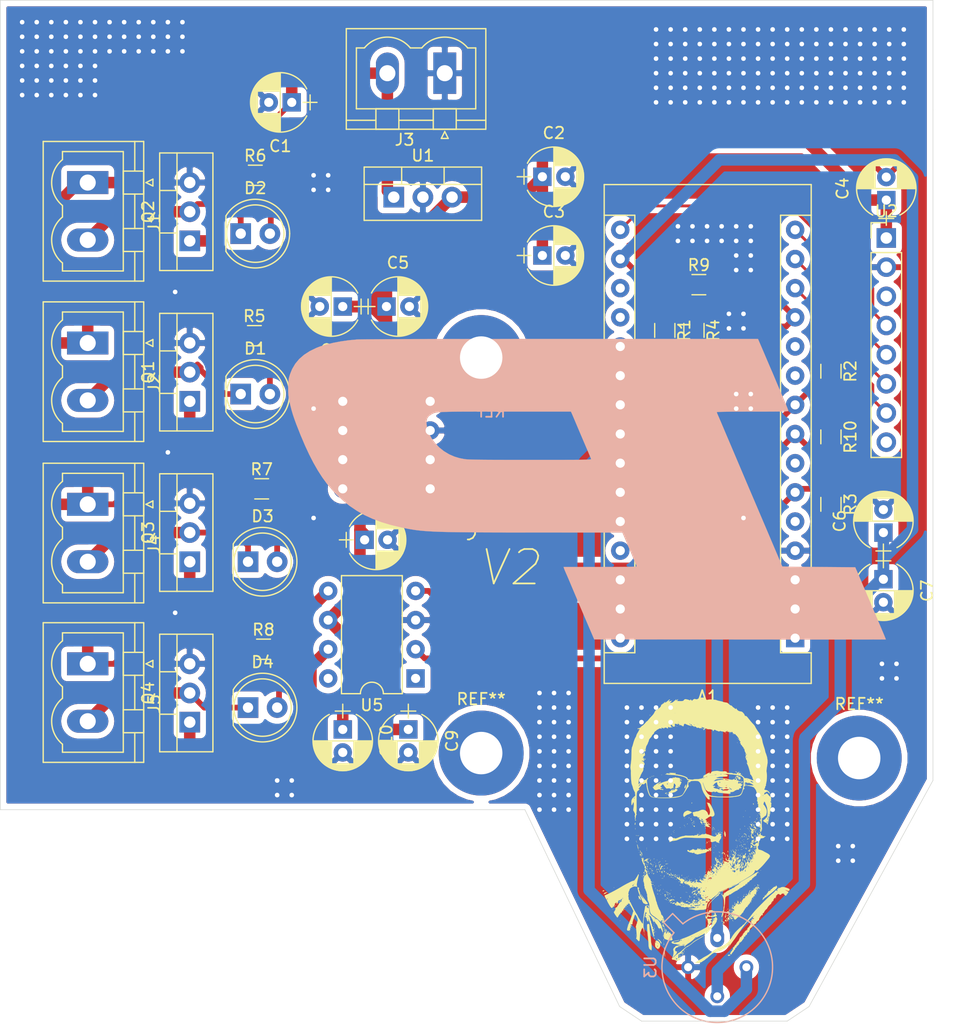
<source format=kicad_pcb>
(kicad_pcb (version 20171130) (host pcbnew "(5.1.2)-1")
  (layers (0 F.Cu signal) (31 B.Cu signal) (34 B.Paste user) (35 F.Paste user) (36 B.SilkS user hide) (37 F.SilkS user) (38 B.Mask user) (39 F.Mask user) (44 Edge.Cuts user))
  (net 0 "")
  (net 1 GND)
  (net 2 +24V)
  (net 3 +5V)
  (net 4 +3V3)
  (net 5 "Net-(D1-Pad2)")
  (net 6 "Net-(D1-Pad1)")
  (net 7 "Net-(D2-Pad1)")
  (net 8 "Net-(D2-Pad2)")
  (net 9 "Net-(A1-Pad23)")
  (net 10 "Net-(A1-Pad9)")
  (net 11 "Net-(A1-Pad6)")
  (net 12 "Net-(A1-Pad24)")
  (net 13 "Net-(U2-Pad8)")
  (net 14 "Net-(A1-Pad13)")
  (net 15 "Net-(A1-Pad14)")
  (net 16 "Net-(A1-Pad15)")
  (net 17 "Net-(A1-Pad16)")
  (net 18 "Net-(U2-Pad3)")
  (net 19 "Net-(U4-Pad8)")
  (net 20 "Net-(Q1-Pad1)")
  (net 21 "Net-(Q2-Pad1)")
  (net 22 "Net-(U4-Pad1)")
  (net 23 "Net-(A1-Pad28)")
  (net 24 "Net-(A1-Pad12)")
  (net 25 "Net-(A1-Pad11)")
  (net 26 "Net-(A1-Pad26)")
  (net 27 "Net-(A1-Pad10)")
  (net 28 "Net-(A1-Pad25)")
  (net 29 "Net-(A1-Pad8)")
  (net 30 "Net-(A1-Pad7)")
  (net 31 "Net-(A1-Pad22)")
  (net 32 "Net-(A1-Pad21)")
  (net 33 "Net-(A1-Pad5)")
  (net 34 "Net-(A1-Pad20)")
  (net 35 "Net-(A1-Pad19)")
  (net 36 "Net-(A1-Pad3)")
  (net 37 "Net-(A1-Pad18)")
  (net 38 "Net-(A1-Pad2)")
  (net 39 "Net-(A1-Pad1)")
  (net 40 "Net-(A1-Pad27)")
  (net 41 "Net-(D3-Pad1)")
  (net 42 "Net-(D3-Pad2)")
  (net 43 "Net-(D4-Pad1)")
  (net 44 "Net-(D4-Pad2)")
  (net 45 "Net-(Q3-Pad1)")
  (net 46 "Net-(Q4-Pad1)")
  (net 47 "Net-(U5-Pad1)")
  (net 48 "Net-(U5-Pad8)")
  (module Modules:Arduino_Nano (layer F.Cu) (at 99.75088 114.6048 180)
    (fp_text reference A1 (at 7.62 -5.08) (layer F.SilkS))
    (fp_text value Arduino_Nano_v3.x)
    (pad 16 thru_hole oval (at 15.24 35.56 180) (size 1.6 1.6) (drill 0.8) (layers *.Cu *.Mask) (net 17 "Net-(A1-Pad16)"))
    (pad 15 thru_hole oval (at 0 35.56 180) (size 1.6 1.6) (drill 0.8) (layers *.Cu *.Mask) (net 16 "Net-(A1-Pad15)"))
    (pad 30 thru_hole oval (at 15.24 0 180) (size 1.6 1.6) (drill 0.8) (layers *.Cu *.Mask) (net 3 +5V))
    (pad 14 thru_hole oval (at 0 33.02 180) (size 1.6 1.6) (drill 0.8) (layers *.Cu *.Mask) (net 15 "Net-(A1-Pad14)"))
    (pad 29 thru_hole oval (at 15.24 2.54 180) (size 1.6 1.6) (drill 0.8) (layers *.Cu *.Mask) (net 1 GND))
    (pad 13 thru_hole oval (at 0 30.48 180) (size 1.6 1.6) (drill 0.8) (layers *.Cu *.Mask) (net 14 "Net-(A1-Pad13)"))
    (pad 28 thru_hole oval (at 15.24 5.08 180) (size 1.6 1.6) (drill 0.8) (layers *.Cu *.Mask) (net 23 "Net-(A1-Pad28)"))
    (pad 12 thru_hole oval (at 0 27.94 180) (size 1.6 1.6) (drill 0.8) (layers *.Cu *.Mask) (net 24 "Net-(A1-Pad12)"))
    (pad 27 thru_hole oval (at 15.24 7.62 180) (size 1.6 1.6) (drill 0.8) (layers *.Cu *.Mask) (net 40 "Net-(A1-Pad27)"))
    (pad 11 thru_hole oval (at 0 25.4 180) (size 1.6 1.6) (drill 0.8) (layers *.Cu *.Mask) (net 25 "Net-(A1-Pad11)"))
    (pad 26 thru_hole oval (at 15.24 10.16 180) (size 1.6 1.6) (drill 0.8) (layers *.Cu *.Mask) (net 26 "Net-(A1-Pad26)"))
    (pad 10 thru_hole oval (at 0 22.86 180) (size 1.6 1.6) (drill 0.8) (layers *.Cu *.Mask) (net 27 "Net-(A1-Pad10)"))
    (pad 25 thru_hole oval (at 15.24 12.7 180) (size 1.6 1.6) (drill 0.8) (layers *.Cu *.Mask) (net 28 "Net-(A1-Pad25)"))
    (pad 9 thru_hole oval (at 0 20.32 180) (size 1.6 1.6) (drill 0.8) (layers *.Cu *.Mask) (net 10 "Net-(A1-Pad9)"))
    (pad 24 thru_hole oval (at 15.24 15.24 180) (size 1.6 1.6) (drill 0.8) (layers *.Cu *.Mask) (net 12 "Net-(A1-Pad24)"))
    (pad 8 thru_hole oval (at 0 17.78 180) (size 1.6 1.6) (drill 0.8) (layers *.Cu *.Mask) (net 29 "Net-(A1-Pad8)"))
    (pad 23 thru_hole oval (at 15.24 17.78 180) (size 1.6 1.6) (drill 0.8) (layers *.Cu *.Mask) (net 9 "Net-(A1-Pad23)"))
    (pad 7 thru_hole oval (at 0 15.24 180) (size 1.6 1.6) (drill 0.8) (layers *.Cu *.Mask) (net 30 "Net-(A1-Pad7)"))
    (pad 22 thru_hole oval (at 15.24 20.32 180) (size 1.6 1.6) (drill 0.8) (layers *.Cu *.Mask) (net 31 "Net-(A1-Pad22)"))
    (pad 6 thru_hole oval (at 0 12.7 180) (size 1.6 1.6) (drill 0.8) (layers *.Cu *.Mask) (net 11 "Net-(A1-Pad6)"))
    (pad 21 thru_hole oval (at 15.24 22.86 180) (size 1.6 1.6) (drill 0.8) (layers *.Cu *.Mask) (net 32 "Net-(A1-Pad21)"))
    (pad 5 thru_hole oval (at 0 10.16 180) (size 1.6 1.6) (drill 0.8) (layers *.Cu *.Mask) (net 33 "Net-(A1-Pad5)"))
    (pad 20 thru_hole oval (at 15.24 25.4 180) (size 1.6 1.6) (drill 0.8) (layers *.Cu *.Mask) (net 34 "Net-(A1-Pad20)"))
    (pad 4 thru_hole oval (at 0 7.62 180) (size 1.6 1.6) (drill 0.8) (layers *.Cu *.Mask) (net 1 GND))
    (pad 19 thru_hole oval (at 15.24 27.94 180) (size 1.6 1.6) (drill 0.8) (layers *.Cu *.Mask) (net 35 "Net-(A1-Pad19)"))
    (pad 3 thru_hole oval (at 0 5.08 180) (size 1.6 1.6) (drill 0.8) (layers *.Cu *.Mask) (net 36 "Net-(A1-Pad3)"))
    (pad 18 thru_hole oval (at 15.24 30.48 180) (size 1.6 1.6) (drill 0.8) (layers *.Cu *.Mask) (net 37 "Net-(A1-Pad18)"))
    (pad 2 thru_hole oval (at 0 2.54 180) (size 1.6 1.6) (drill 0.8) (layers *.Cu *.Mask) (net 38 "Net-(A1-Pad2)"))
    (pad 17 thru_hole oval (at 15.24 33.02 180) (size 1.6 1.6) (drill 0.8) (layers *.Cu *.Mask) (net 4 +3V3))
    (pad 1 thru_hole rect (at 0 0 180) (size 1.6 1.6) (drill 0.8) (layers *.Cu *.Mask) (net 39 "Net-(A1-Pad1)"))
  )
  (module Resistors_SMD:R_0805_HandSoldering (layer F.Cu) (at 102.87 97.075 270)
    (fp_text reference R10 (at 0 -1.7 90) (layer F.SilkS))
    (fp_text value 10k)
    (pad 1 smd rect (at -1.35 0 270) (size 1.5 1.3) (layers F.Cu F.Paste F.Mask) (net 1 GND))
    (pad 2 smd rect (at 1.35 0 270) (size 1.5 1.3) (layers F.Cu F.Paste F.Mask) (net 29 "Net-(A1-Pad8)"))
  )
  (module Resistors_SMD:R_0805_HandSoldering (layer F.Cu) (at 91.36 83.82)
    (fp_text reference R9 (at 0 -1.7) (layer F.SilkS))
    (fp_text value 10k)
    (pad 1 smd rect (at -1.35 0) (size 1.5 1.3) (layers F.Cu F.Paste F.Mask) (net 1 GND))
    (pad 2 smd rect (at 1.35 0) (size 1.5 1.3) (layers F.Cu F.Paste F.Mask) (net 11 "Net-(A1-Pad6)"))
  )
  (module Capacitors_THT:CP_Radial_D5.0mm_P2.00mm (layer F.Cu) (at 64.135 85.725)
    (fp_text reference C5 (at 1 -3.81) (layer F.SilkS))
    (fp_text value 1u)
    (pad 1 thru_hole rect (at 0 0) (size 1.6 1.6) (drill 0.8) (layers *.Cu *.Mask) (net 3 +5V))
    (pad 2 thru_hole circle (at 2 0) (size 1.6 1.6) (drill 0.8) (layers *.Cu *.Mask) (net 1 GND))
  )
  (module Connectors_Phoenix:PhoenixContact_MSTBVA-G_02x5.00mm_Vertical (layer F.Cu) (at 38.1 88.9 270)
    (fp_text reference J2 (at 3.5 -5.8 90) (layer F.SilkS))
    (fp_text value Conn_01x02_Female)
    (pad 1 thru_hole rect (at 0 0 270) (size 2 3.6) (drill 1.4) (layers *.Cu *.Mask) (net 2 +24V))
    (pad 2 thru_hole oval (at 5 0 270) (size 2 3.6) (drill 1.4) (layers *.Cu *.Mask) (net 7 "Net-(D2-Pad1)"))
  )
  (module Connectors_Phoenix:PhoenixContact_MSTBVA-G_02x5.00mm_Vertical (layer F.Cu) (at 38.1 116.84 270)
    (fp_text reference J5 (at 3.5 -5.8 90) (layer F.SilkS))
    (fp_text value Conn_01x02_Female)
    (pad 1 thru_hole rect (at 0 0 270) (size 2 3.6) (drill 1.4) (layers *.Cu *.Mask) (net 2 +24V))
    (pad 2 thru_hole oval (at 5 0 270) (size 2 3.6) (drill 1.4) (layers *.Cu *.Mask) (net 43 "Net-(D4-Pad1)"))
  )
  (module Connectors_Phoenix:PhoenixContact_MSTBVA-G_02x5.00mm_Vertical (layer F.Cu) (at 38.1 102.95 270)
    (fp_text reference J4 (at 3.5 -5.8 90) (layer F.SilkS))
    (fp_text value Conn_01x02_Female)
    (pad 1 thru_hole rect (at 0 0 270) (size 2 3.6) (drill 1.4) (layers *.Cu *.Mask) (net 2 +24V))
    (pad 2 thru_hole oval (at 5 0 270) (size 2 3.6) (drill 1.4) (layers *.Cu *.Mask) (net 41 "Net-(D3-Pad1)"))
  )
  (module Connectors_Phoenix:PhoenixContact_MSTBVA-G_02x5.00mm_Vertical (layer F.Cu) (at 69.215 65.405 180)
    (fp_text reference J3 (at 3.5 -5.8) (layer F.SilkS))
    (fp_text value Conn_01x02_Female)
    (pad 1 thru_hole rect (at 0 0 180) (size 2 3.6) (drill 1.4) (layers *.Cu *.Mask) (net 1 GND))
    (pad 2 thru_hole oval (at 5 0 180) (size 2 3.6) (drill 1.4) (layers *.Cu *.Mask) (net 2 +24V))
  )
  (module Connectors_Phoenix:PhoenixContact_MSTBVA-G_02x5.00mm_Vertical (layer F.Cu) (at 38.1 74.93 270)
    (fp_text reference J1 (at 3.5 -5.8 90) (layer F.SilkS))
    (fp_text value Conn_01x02_Female)
    (pad 1 thru_hole rect (at 0 0 270) (size 2 3.6) (drill 1.4) (layers *.Cu *.Mask) (net 2 +24V))
    (pad 2 thru_hole oval (at 5 0 270) (size 2 3.6) (drill 1.4) (layers *.Cu *.Mask) (net 6 "Net-(D1-Pad1)"))
  )
  (module Housings_DIP:DIP-8_W7.62mm (layer F.Cu) (at 66.675 118.11 180)
    (fp_text reference U5 (at 3.81 -2.33) (layer F.SilkS))
    (fp_text value MIC4427)
    (pad 1 thru_hole rect (at 0 0 180) (size 1.6 1.6) (drill 0.8) (layers *.Cu *.Mask) (net 47 "Net-(U5-Pad1)"))
    (pad 5 thru_hole oval (at 7.62 7.62 180) (size 1.6 1.6) (drill 0.8) (layers *.Cu *.Mask) (net 45 "Net-(Q3-Pad1)"))
    (pad 2 thru_hole oval (at 0 2.54 180) (size 1.6 1.6) (drill 0.8) (layers *.Cu *.Mask) (net 11 "Net-(A1-Pad6)"))
    (pad 6 thru_hole oval (at 7.62 5.08 180) (size 1.6 1.6) (drill 0.8) (layers *.Cu *.Mask) (net 3 +5V))
    (pad 3 thru_hole oval (at 0 5.08 180) (size 1.6 1.6) (drill 0.8) (layers *.Cu *.Mask) (net 1 GND))
    (pad 7 thru_hole oval (at 7.62 2.54 180) (size 1.6 1.6) (drill 0.8) (layers *.Cu *.Mask) (net 46 "Net-(Q4-Pad1)"))
    (pad 4 thru_hole oval (at 0 7.62 180) (size 1.6 1.6) (drill 0.8) (layers *.Cu *.Mask) (net 29 "Net-(A1-Pad8)"))
    (pad 8 thru_hole oval (at 7.62 0 180) (size 1.6 1.6) (drill 0.8) (layers *.Cu *.Mask) (net 48 "Net-(U5-Pad8)"))
  )
  (module Resistors_SMD:R_0805_HandSoldering (layer F.Cu) (at 53.42 115.57)
    (fp_text reference R8 (at 0 -1.7) (layer F.SilkS))
    (fp_text value 1k)
    (pad 1 smd rect (at -1.35 0) (size 1.5 1.3) (layers F.Cu F.Paste F.Mask) (net 2 +24V))
    (pad 2 smd rect (at 1.35 0) (size 1.5 1.3) (layers F.Cu F.Paste F.Mask) (net 44 "Net-(D4-Pad2)"))
  )
  (module Resistors_SMD:R_0805_HandSoldering (layer F.Cu) (at 53.26 101.6)
    (fp_text reference R7 (at 0 -1.7) (layer F.SilkS))
    (fp_text value 1k)
    (pad 1 smd rect (at -1.35 0) (size 1.5 1.3) (layers F.Cu F.Paste F.Mask) (net 2 +24V))
    (pad 2 smd rect (at 1.35 0) (size 1.5 1.3) (layers F.Cu F.Paste F.Mask) (net 42 "Net-(D3-Pad2)"))
  )
  (module TO_SOT_Packages_THT:TO-220-3_Vertical (layer F.Cu) (at 46.99 121.92 90)
    (fp_text reference Q4 (at 2.54 -3.62 90) (layer F.SilkS))
    (fp_text value IRLB8721PBF)
    (pad 1 thru_hole rect (at 0 0 90) (size 1.8 1.8) (drill 1) (layers *.Cu *.Mask) (net 46 "Net-(Q4-Pad1)"))
    (pad 2 thru_hole oval (at 2.54 0 90) (size 1.8 1.8) (drill 1) (layers *.Cu *.Mask) (net 43 "Net-(D4-Pad1)"))
    (pad 3 thru_hole oval (at 5.08 0 90) (size 1.8 1.8) (drill 1) (layers *.Cu *.Mask) (net 1 GND))
  )
  (module TO_SOT_Packages_THT:TO-220-3_Vertical (layer F.Cu) (at 46.99 107.95 90)
    (fp_text reference Q3 (at 2.54 -3.62 90) (layer F.SilkS))
    (fp_text value IRLB8721PBF)
    (pad 1 thru_hole rect (at 0 0 90) (size 1.8 1.8) (drill 1) (layers *.Cu *.Mask) (net 45 "Net-(Q3-Pad1)"))
    (pad 2 thru_hole oval (at 2.54 0 90) (size 1.8 1.8) (drill 1) (layers *.Cu *.Mask) (net 41 "Net-(D3-Pad1)"))
    (pad 3 thru_hole oval (at 5.08 0 90) (size 1.8 1.8) (drill 1) (layers *.Cu *.Mask) (net 1 GND))
  )
  (module LEDs:LED_D5.0mm (layer F.Cu) (at 52.07 120.65)
    (fp_text reference D4 (at 1.27 -3.96) (layer F.SilkS))
    (fp_text value LED)
    (pad 1 thru_hole rect (at 0 0) (size 1.8 1.8) (drill 0.9) (layers *.Cu *.Mask) (net 43 "Net-(D4-Pad1)"))
    (pad 2 thru_hole circle (at 2.54 0) (size 1.8 1.8) (drill 0.9) (layers *.Cu *.Mask) (net 44 "Net-(D4-Pad2)"))
  )
  (module LEDs:LED_D5.0mm (layer F.Cu) (at 52.07 107.95)
    (fp_text reference D3 (at 1.27 -3.96) (layer F.SilkS))
    (fp_text value LED)
    (pad 1 thru_hole rect (at 0 0) (size 1.8 1.8) (drill 0.9) (layers *.Cu *.Mask) (net 41 "Net-(D3-Pad1)"))
    (pad 2 thru_hole circle (at 2.54 0) (size 1.8 1.8) (drill 0.9) (layers *.Cu *.Mask) (net 42 "Net-(D3-Pad2)"))
  )
  (module Capacitors_THT:CP_Radial_D5.0mm_P2.00mm (layer F.Cu) (at 62.23 106.045)
    (fp_text reference C11 (at 1 -3.81) (layer F.SilkS))
    (fp_text value 1u)
    (pad 1 thru_hole rect (at 0 0) (size 1.6 1.6) (drill 0.8) (layers *.Cu *.Mask) (net 3 +5V))
    (pad 2 thru_hole circle (at 2 0) (size 1.6 1.6) (drill 0.8) (layers *.Cu *.Mask) (net 1 GND))
  )
  (module Capacitors_THT:CP_Radial_D5.0mm_P2.00mm (layer F.Cu) (at 60.325 122.555 270)
    (fp_text reference C10 (at 1 -3.81 90) (layer F.SilkS))
    (fp_text value 0.1u)
    (pad 1 thru_hole rect (at 0 0 270) (size 1.6 1.6) (drill 0.8) (layers *.Cu *.Mask) (net 3 +5V))
    (pad 2 thru_hole circle (at 2 0 270) (size 1.6 1.6) (drill 0.8) (layers *.Cu *.Mask) (net 1 GND))
  )
  (module VAP_thermal_control:P (layer B.Cu) (at 82.4865 101.6635 180)
    (fp_text reference G*** hide)
    (fp_text value LOGO hide)
  )
  (module VAP_thermal_control:jeffs_face (layer F.Cu) (at 90.8685 132.08)
    (fp_text reference G*** hide)
    (fp_text value LOGO hide)
  )
  (module Mounting_Holes:MountingHole_3.7mm_Pad (layer F.Cu) (at 72.39 124.6124)
    (fp_text reference REF** (at 0 -4.7) (layer F.SilkS))
    (fp_text value MountingHole_3.7mm_Pad)
    (pad 1 thru_hole circle (at 0 0) (size 7.4 7.4) (drill 3.7) (layers *.Cu *.Mask))
  )
  (module Mounting_Holes:MountingHole_3.7mm_Pad (layer B.Cu) (at 72.39 90.17)
    (fp_text reference REF** (at 0 4.7) (layer B.SilkS) (effects (justify mirror)))
    (fp_text value MountingHole_3.7mm_Pad)
    (pad 1 thru_hole circle (at 0 0) (size 7.4 7.4) (drill 3.7) (layers *.Cu *.Mask))
  )
  (module Mounting_Holes:MountingHole_3.7mm_Pad (layer F.Cu) (at 105.3338 125.0442)
    (fp_text reference REF** (at 0 -4.7) (layer F.SilkS))
    (fp_text value MountingHole_3.7mm_Pad)
    (pad 1 thru_hole circle (at 0 0) (size 7.4 7.4) (drill 3.7) (layers *.Cu *.Mask))
  )
  (module TO_SOT_Packages_THT:TO-39-4_Window (layer B.Cu) (at 92.964 140.716 270)
    (fp_text reference U3 (at 2.54 5.82 90) (layer B.SilkS) (effects (justify mirror)))
    (fp_text value MLX90614)
    (pad 4 thru_hole oval (at 2.54 2.54 270) (size 1.2 1.2) (drill 0.7) (layers *.Cu *.Mask) (net 1 GND))
    (pad 3 thru_hole oval (at 5.08 0 270) (size 1.2 1.2) (drill 0.7) (layers *.Cu *.Mask) (net 4 +3V3))
    (pad 2 thru_hole oval (at 2.54 -2.54 270) (size 1.2 1.2) (drill 0.7) (layers *.Cu *.Mask) (net 9 "Net-(A1-Pad23)"))
    (pad 1 thru_hole oval (at 0 0 270) (size 1.6 1.2) (drill 0.7) (layers *.Cu *.Mask) (net 12 "Net-(A1-Pad24)"))
  )
  (module Capacitors_THT:CP_Radial_D5.0mm_P2.00mm (layer F.Cu) (at 55.88 67.945 180)
    (fp_text reference C1 (at 1 -3.81) (layer F.SilkS))
    (fp_text value 1u)
    (pad 2 thru_hole circle (at 2 0 180) (size 1.6 1.6) (drill 0.8) (layers *.Cu *.Mask) (net 1 GND))
    (pad 1 thru_hole rect (at 0 0 180) (size 1.6 1.6) (drill 0.8) (layers *.Cu *.Mask) (net 2 +24V))
  )
  (module Capacitors_THT:CP_Radial_D5.0mm_P2.00mm (layer F.Cu) (at 77.724 74.422)
    (fp_text reference C2 (at 1 -3.81) (layer F.SilkS))
    (fp_text value 0.1u)
    (pad 2 thru_hole circle (at 2 0) (size 1.6 1.6) (drill 0.8) (layers *.Cu *.Mask) (net 1 GND))
    (pad 1 thru_hole rect (at 0 0) (size 1.6 1.6) (drill 0.8) (layers *.Cu *.Mask) (net 3 +5V))
  )
  (module Capacitors_THT:CP_Radial_D5.0mm_P2.00mm (layer F.Cu) (at 77.724 81.28)
    (fp_text reference C3 (at 1 -3.81) (layer F.SilkS))
    (fp_text value 1u)
    (pad 1 thru_hole rect (at 0 0) (size 1.6 1.6) (drill 0.8) (layers *.Cu *.Mask) (net 3 +5V))
    (pad 2 thru_hole circle (at 2 0) (size 1.6 1.6) (drill 0.8) (layers *.Cu *.Mask) (net 1 GND))
  )
  (module Capacitors_THT:CP_Radial_D5.0mm_P2.00mm (layer F.Cu) (at 107.696 76.454 90)
    (fp_text reference C4 (at 1 -3.81 90) (layer F.SilkS))
    (fp_text value 0.1u)
    (pad 2 thru_hole circle (at 2 0 90) (size 1.6 1.6) (drill 0.8) (layers *.Cu *.Mask) (net 1 GND))
    (pad 1 thru_hole rect (at 0 0 90) (size 1.6 1.6) (drill 0.8) (layers *.Cu *.Mask) (net 3 +5V))
  )
  (module Capacitors_THT:CP_Radial_D5.0mm_P2.00mm (layer F.Cu) (at 107.442 105.41 90)
    (fp_text reference C6 (at 1 -3.81 90) (layer F.SilkS))
    (fp_text value 1u)
    (pad 1 thru_hole rect (at 0 0 90) (size 1.6 1.6) (drill 0.8) (layers *.Cu *.Mask) (net 4 +3V3))
    (pad 2 thru_hole circle (at 2 0 90) (size 1.6 1.6) (drill 0.8) (layers *.Cu *.Mask) (net 1 GND))
  )
  (module Capacitors_THT:CP_Radial_D5.0mm_P2.00mm (layer F.Cu) (at 107.442 109.474 270)
    (fp_text reference C7 (at 1 -3.81 90) (layer F.SilkS))
    (fp_text value 0.1u)
    (pad 2 thru_hole circle (at 2 0 270) (size 1.6 1.6) (drill 0.8) (layers *.Cu *.Mask) (net 1 GND))
    (pad 1 thru_hole rect (at 0 0 270) (size 1.6 1.6) (drill 0.8) (layers *.Cu *.Mask) (net 4 +3V3))
  )
  (module Capacitors_THT:CP_Radial_D5.0mm_P2.00mm (layer F.Cu) (at 60.325 85.725 180)
    (fp_text reference C8 (at 1 -3.81) (layer F.SilkS))
    (fp_text value 0.1u)
    (pad 1 thru_hole rect (at 0 0 180) (size 1.6 1.6) (drill 0.8) (layers *.Cu *.Mask) (net 3 +5V))
    (pad 2 thru_hole circle (at 2 0 180) (size 1.6 1.6) (drill 0.8) (layers *.Cu *.Mask) (net 1 GND))
  )
  (module Capacitors_THT:CP_Radial_D5.0mm_P2.00mm (layer F.Cu) (at 66.04 122.555 270)
    (fp_text reference C9 (at 1 -3.81 90) (layer F.SilkS))
    (fp_text value 1u)
    (pad 2 thru_hole circle (at 2 0 270) (size 1.6 1.6) (drill 0.8) (layers *.Cu *.Mask) (net 1 GND))
    (pad 1 thru_hole rect (at 0 0 270) (size 1.6 1.6) (drill 0.8) (layers *.Cu *.Mask) (net 3 +5V))
  )
  (module LEDs:LED_D5.0mm (layer F.Cu) (at 51.435 93.345)
    (fp_text reference D1 (at 1.27 -3.96) (layer F.SilkS))
    (fp_text value LED)
    (pad 2 thru_hole circle (at 2.54 0) (size 1.8 1.8) (drill 0.9) (layers *.Cu *.Mask) (net 5 "Net-(D1-Pad2)"))
    (pad 1 thru_hole rect (at 0 0) (size 1.8 1.8) (drill 0.9) (layers *.Cu *.Mask) (net 6 "Net-(D1-Pad1)"))
  )
  (module LEDs:LED_D5.0mm (layer F.Cu) (at 51.435 79.375)
    (fp_text reference D2 (at 1.27 -3.96) (layer F.SilkS))
    (fp_text value LED)
    (pad 1 thru_hole rect (at 0 0) (size 1.8 1.8) (drill 0.9) (layers *.Cu *.Mask) (net 7 "Net-(D2-Pad1)"))
    (pad 2 thru_hole circle (at 2.54 0) (size 1.8 1.8) (drill 0.9) (layers *.Cu *.Mask) (net 8 "Net-(D2-Pad2)"))
  )
  (module Resistors_SMD:R_0805_HandSoldering (layer F.Cu) (at 88.392 87.804 270)
    (fp_text reference R1 (at 0 -1.7 90) (layer F.SilkS))
    (fp_text value 10k)
    (pad 1 smd rect (at -1.35 0 270) (size 1.5 1.3) (layers F.Cu F.Paste F.Mask) (net 4 +3V3))
    (pad 2 smd rect (at 1.35 0 270) (size 1.5 1.3) (layers F.Cu F.Paste F.Mask) (net 9 "Net-(A1-Pad23)"))
  )
  (module Resistors_SMD:R_0805_HandSoldering (layer F.Cu) (at 102.87 91.36 270)
    (fp_text reference R2 (at 0 -1.7 90) (layer F.SilkS))
    (fp_text value 10k)
    (pad 1 smd rect (at -1.35 0 270) (size 1.5 1.3) (layers F.Cu F.Paste F.Mask) (net 1 GND))
    (pad 2 smd rect (at 1.35 0 270) (size 1.5 1.3) (layers F.Cu F.Paste F.Mask) (net 10 "Net-(A1-Pad9)"))
  )
  (module Resistors_SMD:R_0805_HandSoldering (layer F.Cu) (at 102.87 102.95 270)
    (fp_text reference R3 (at 0 -1.7 90) (layer F.SilkS))
    (fp_text value 10k)
    (pad 2 smd rect (at 1.35 0 270) (size 1.5 1.3) (layers F.Cu F.Paste F.Mask) (net 1 GND))
    (pad 1 smd rect (at -1.35 0 270) (size 1.5 1.3) (layers F.Cu F.Paste F.Mask) (net 24 "Net-(A1-Pad12)"))
  )
  (module Resistors_SMD:R_0805_HandSoldering (layer F.Cu) (at 90.932 87.804 270)
    (fp_text reference R4 (at 0 -1.7 90) (layer F.SilkS))
    (fp_text value 10k)
    (pad 2 smd rect (at 1.35 0 270) (size 1.5 1.3) (layers F.Cu F.Paste F.Mask) (net 12 "Net-(A1-Pad24)"))
    (pad 1 smd rect (at -1.35 0 270) (size 1.5 1.3) (layers F.Cu F.Paste F.Mask) (net 4 +3V3))
  )
  (module Resistors_SMD:R_0805_HandSoldering (layer F.Cu) (at 52.625 88.265)
    (fp_text reference R5 (at 0 -1.7) (layer F.SilkS))
    (fp_text value 1k)
    (pad 1 smd rect (at -1.35 0) (size 1.5 1.3) (layers F.Cu F.Paste F.Mask) (net 2 +24V))
    (pad 2 smd rect (at 1.35 0) (size 1.5 1.3) (layers F.Cu F.Paste F.Mask) (net 5 "Net-(D1-Pad2)"))
  )
  (module Resistors_SMD:R_0805_HandSoldering (layer F.Cu) (at 52.705 74.295)
    (fp_text reference R6 (at 0 -1.7) (layer F.SilkS))
    (fp_text value 1k)
    (pad 2 smd rect (at 1.35 0) (size 1.5 1.3) (layers F.Cu F.Paste F.Mask) (net 8 "Net-(D2-Pad2)"))
    (pad 1 smd rect (at -1.35 0) (size 1.5 1.3) (layers F.Cu F.Paste F.Mask) (net 2 +24V))
  )
  (module Pin_Headers:Pin_Header_Straight_1x08_Pitch2.54mm (layer F.Cu) (at 107.696 79.756)
    (fp_text reference U2 (at 0 -2.33) (layer F.SilkS))
    (fp_text value MAX31865Breakout)
    (pad 8 thru_hole oval (at 0 17.78) (size 1.7 1.7) (drill 1) (layers *.Cu *.Mask) (net 13 "Net-(U2-Pad8)"))
    (pad 7 thru_hole oval (at 0 15.24) (size 1.7 1.7) (drill 1) (layers *.Cu *.Mask) (net 14 "Net-(A1-Pad13)"))
    (pad 6 thru_hole oval (at 0 12.7) (size 1.7 1.7) (drill 1) (layers *.Cu *.Mask) (net 15 "Net-(A1-Pad14)"))
    (pad 5 thru_hole oval (at 0 10.16) (size 1.7 1.7) (drill 1) (layers *.Cu *.Mask) (net 16 "Net-(A1-Pad15)"))
    (pad 4 thru_hole oval (at 0 7.62) (size 1.7 1.7) (drill 1) (layers *.Cu *.Mask) (net 17 "Net-(A1-Pad16)"))
    (pad 3 thru_hole oval (at 0 5.08) (size 1.7 1.7) (drill 1) (layers *.Cu *.Mask) (net 18 "Net-(U2-Pad3)"))
    (pad 2 thru_hole oval (at 0 2.54) (size 1.7 1.7) (drill 1) (layers *.Cu *.Mask) (net 1 GND))
    (pad 1 thru_hole rect (at 0 0) (size 1.7 1.7) (drill 1) (layers *.Cu *.Mask) (net 3 +5V))
  )
  (module Housings_DIP:DIP-8_W7.62mm (layer F.Cu) (at 67.945 101.6 180)
    (fp_text reference U4 (at 3.81 -2.33) (layer F.SilkS))
    (fp_text value MIC4427)
    (pad 8 thru_hole oval (at 7.62 0 180) (size 1.6 1.6) (drill 0.8) (layers *.Cu *.Mask) (net 19 "Net-(U4-Pad8)"))
    (pad 4 thru_hole oval (at 0 7.62 180) (size 1.6 1.6) (drill 0.8) (layers *.Cu *.Mask) (net 24 "Net-(A1-Pad12)"))
    (pad 7 thru_hole oval (at 7.62 2.54 180) (size 1.6 1.6) (drill 0.8) (layers *.Cu *.Mask) (net 20 "Net-(Q1-Pad1)"))
    (pad 3 thru_hole oval (at 0 5.08 180) (size 1.6 1.6) (drill 0.8) (layers *.Cu *.Mask) (net 1 GND))
    (pad 6 thru_hole oval (at 7.62 5.08 180) (size 1.6 1.6) (drill 0.8) (layers *.Cu *.Mask) (net 3 +5V))
    (pad 2 thru_hole oval (at 0 2.54 180) (size 1.6 1.6) (drill 0.8) (layers *.Cu *.Mask) (net 10 "Net-(A1-Pad9)"))
    (pad 5 thru_hole oval (at 7.62 7.62 180) (size 1.6 1.6) (drill 0.8) (layers *.Cu *.Mask) (net 21 "Net-(Q2-Pad1)"))
    (pad 1 thru_hole rect (at 0 0 180) (size 1.6 1.6) (drill 0.8) (layers *.Cu *.Mask) (net 22 "Net-(U4-Pad1)"))
  )
  (module TO_SOT_Packages_THT:TO-220-3_Vertical (layer F.Cu) (at 46.99 93.98 90)
    (fp_text reference Q1 (at 2.54 -3.62 90) (layer F.SilkS))
    (fp_text value IRLB8721PBF)
    (pad 3 thru_hole oval (at 5.08 0 90) (size 1.8 1.8) (drill 1) (layers *.Cu *.Mask) (net 1 GND))
    (pad 2 thru_hole oval (at 2.54 0 90) (size 1.8 1.8) (drill 1) (layers *.Cu *.Mask) (net 6 "Net-(D1-Pad1)"))
    (pad 1 thru_hole rect (at 0 0 90) (size 1.8 1.8) (drill 1) (layers *.Cu *.Mask) (net 20 "Net-(Q1-Pad1)"))
  )
  (module TO_SOT_Packages_THT:TO-220-3_Vertical (layer F.Cu) (at 46.99 80.01 90)
    (fp_text reference Q2 (at 2.54 -3.62 90) (layer F.SilkS))
    (fp_text value IRLB8721PBF)
    (pad 3 thru_hole oval (at 5.08 0 90) (size 1.8 1.8) (drill 1) (layers *.Cu *.Mask) (net 1 GND))
    (pad 2 thru_hole oval (at 2.54 0 90) (size 1.8 1.8) (drill 1) (layers *.Cu *.Mask) (net 7 "Net-(D2-Pad1)"))
    (pad 1 thru_hole rect (at 0 0 90) (size 1.8 1.8) (drill 1) (layers *.Cu *.Mask) (net 21 "Net-(Q2-Pad1)"))
  )
  (module TO_SOT_Packages_THT:TO-220-3_Vertical (layer F.Cu) (at 64.77 76.2)
    (fp_text reference U1 (at 2.54 -3.62) (layer F.SilkS))
    (fp_text value TSR_1-24150)
    (pad 1 thru_hole rect (at 0 0) (size 1.8 1.8) (drill 1) (layers *.Cu *.Mask) (net 2 +24V))
    (pad 2 thru_hole oval (at 2.54 0) (size 1.8 1.8) (drill 1) (layers *.Cu *.Mask) (net 1 GND))
    (pad 3 thru_hole oval (at 5.08 0) (size 1.8 1.8) (drill 1) (layers *.Cu *.Mask) (net 3 +5V))
  )
  (gr_line (start 111.76 59.055) (end 111.76 68.58) (layer Edge.Cuts) (width 0.05))
  (gr_line (start 30.48 59.055) (end 111.76 59.055) (layer Edge.Cuts) (width 0.05))
  (gr_line (start 30.48 86.36) (end 30.48 59.055) (layer Edge.Cuts) (width 0.05))
  (gr_line (start 30.48 129.54) (end 30.48 111.76) (layer Edge.Cuts) (width 0.05))
  (gr_line (start 60.96 129.54) (end 30.48 129.54) (layer Edge.Cuts) (width 0.05))
  (gr_text "jeff\nV2" (at 74.93 106.045) (layer F.SilkS) (effects (font (size 3 3) (thickness 0.15) italic)))
  (gr_line (start 111.76 127) (end 100.965 146.685) (layer Edge.Cuts) (width 0.05))
  (gr_line (start 111.76 68.58) (end 111.76 127) (layer Edge.Cuts) (width 0.05))
  (gr_line (start 99.06 147.955) (end 100.965 146.685) (layer Edge.Cuts) (width 0.05))
  (gr_line (start 86.36 147.955) (end 99.06 147.955) (layer Edge.Cuts) (width 0.05))
  (gr_line (start 84.455 146.685) (end 86.36 147.955) (layer Edge.Cuts) (width 0.05))
  (gr_line (start 76.2 129.54) (end 84.455 146.685) (layer Edge.Cuts) (width 0.05))
  (gr_line (start 60.96 129.54) (end 76.2 129.54) (layer Edge.Cuts) (width 0.05))
  (gr_line (start 30.48 86.36) (end 30.48 111.76) (layer Edge.Cuts) (width 0.05))
  (via (at 77.47 119.38) (size 0.8) (drill 0.4) (layers F.Cu B.Cu) (net 1))
  (via (at 97.79 123.19) (size 0.8) (drill 0.4) (layers F.Cu B.Cu) (net 1))
  (via (at 97.79 124.46) (size 0.8) (drill 0.4) (layers F.Cu B.Cu) (net 1))
  (via (at 97.79 125.73) (size 0.8) (drill 0.4) (layers F.Cu B.Cu) (net 1))
  (via (at 97.79 127) (size 0.8) (drill 0.4) (layers F.Cu B.Cu) (net 1))
  (via (at 97.79 128.27) (size 0.8) (drill 0.4) (layers F.Cu B.Cu) (net 1))
  (via (at 97.79 129.54) (size 0.8) (drill 0.4) (layers F.Cu B.Cu) (net 1))
  (via (at 96.52 129.54) (size 0.8) (drill 0.4) (layers F.Cu B.Cu) (net 1))
  (via (at 96.52 128.27) (size 0.8) (drill 0.4) (layers F.Cu B.Cu) (net 1))
  (via (at 96.52 127) (size 0.8) (drill 0.4) (layers F.Cu B.Cu) (net 1))
  (via (at 96.52 125.73) (size 0.8) (drill 0.4) (layers F.Cu B.Cu) (net 1))
  (via (at 96.52 124.46) (size 0.8) (drill 0.4) (layers F.Cu B.Cu) (net 1))
  (via (at 96.52 123.19) (size 0.8) (drill 0.4) (layers F.Cu B.Cu) (net 1))
  (via (at 96.52 121.92) (size 0.8) (drill 0.4) (layers F.Cu B.Cu) (net 1))
  (via (at 96.52 120.65) (size 0.8) (drill 0.4) (layers F.Cu B.Cu) (net 1))
  (via (at 97.79 120.65) (size 0.8) (drill 0.4) (layers F.Cu B.Cu) (net 1))
  (via (at 97.79 123.19) (size 0.8) (drill 0.4) (layers F.Cu B.Cu) (net 1))
  (via (at 97.79 121.92) (size 0.8) (drill 0.4) (layers F.Cu B.Cu) (net 1))
  (via (at 99.06 120.65) (size 0.8) (drill 0.4) (layers F.Cu B.Cu) (net 1))
  (via (at 99.06 123.19) (size 0.8) (drill 0.4) (layers F.Cu B.Cu) (net 1))
  (via (at 99.06 125.73) (size 0.8) (drill 0.4) (layers F.Cu B.Cu) (net 1))
  (via (at 99.06 128.27) (size 0.8) (drill 0.4) (layers F.Cu B.Cu) (net 1))
  (via (at 99.06 130.81) (size 0.8) (drill 0.4) (layers F.Cu B.Cu) (net 1))
  (via (at 97.79 130.81) (size 0.8) (drill 0.4) (layers F.Cu B.Cu) (net 1))
  (via (at 96.52 130.81) (size 0.8) (drill 0.4) (layers F.Cu B.Cu) (net 1))
  (via (at 96.52 132.08) (size 0.8) (drill 0.4) (layers F.Cu B.Cu) (net 1))
  (via (at 97.79 132.08) (size 0.8) (drill 0.4) (layers F.Cu B.Cu) (net 1))
  (via (at 87.63 120.65) (size 0.8) (drill 0.4) (layers F.Cu B.Cu) (net 1))
  (via (at 86.36 120.65) (size 0.8) (drill 0.4) (layers F.Cu B.Cu) (net 1))
  (via (at 85.09 120.65) (size 0.8) (drill 0.4) (layers F.Cu B.Cu) (net 1))
  (via (at 86.36 121.92) (size 0.8) (drill 0.4) (layers F.Cu B.Cu) (net 1))
  (via (at 87.63 121.92) (size 0.8) (drill 0.4) (layers F.Cu B.Cu) (net 1))
  (via (at 86.36 123.19) (size 0.8) (drill 0.4) (layers F.Cu B.Cu) (net 1))
  (via (at 87.63 123.19) (size 0.8) (drill 0.4) (layers F.Cu B.Cu) (net 1))
  (via (at 85.09 123.19) (size 0.8) (drill 0.4) (layers F.Cu B.Cu) (net 1))
  (via (at 87.63 124.46) (size 0.8) (drill 0.4) (layers F.Cu B.Cu) (net 1))
  (via (at 86.36 124.46) (size 0.8) (drill 0.4) (layers F.Cu B.Cu) (net 1))
  (via (at 87.63 125.73) (size 0.8) (drill 0.4) (layers F.Cu B.Cu) (net 1))
  (via (at 86.36 125.73) (size 0.8) (drill 0.4) (layers F.Cu B.Cu) (net 1))
  (via (at 85.09 125.73) (size 0.8) (drill 0.4) (layers F.Cu B.Cu) (net 1))
  (via (at 87.63 127) (size 0.8) (drill 0.4) (layers F.Cu B.Cu) (net 1))
  (via (at 86.36 127) (size 0.8) (drill 0.4) (layers F.Cu B.Cu) (net 1))
  (via (at 87.63 128.27) (size 0.8) (drill 0.4) (layers F.Cu B.Cu) (net 1))
  (via (at 86.36 128.27) (size 0.8) (drill 0.4) (layers F.Cu B.Cu) (net 1))
  (via (at 85.09 128.27) (size 0.8) (drill 0.4) (layers F.Cu B.Cu) (net 1))
  (via (at 86.36 129.54) (size 0.8) (drill 0.4) (layers F.Cu B.Cu) (net 1))
  (via (at 87.63 129.54) (size 0.8) (drill 0.4) (layers F.Cu B.Cu) (net 1))
  (via (at 87.63 130.81) (size 0.8) (drill 0.4) (layers F.Cu B.Cu) (net 1))
  (via (at 86.36 130.81) (size 0.8) (drill 0.4) (layers F.Cu B.Cu) (net 1))
  (via (at 85.09 130.81) (size 0.8) (drill 0.4) (layers F.Cu B.Cu) (net 1))
  (via (at 86.36 132.08) (size 0.8) (drill 0.4) (layers F.Cu B.Cu) (net 1))
  (via (at 87.63 132.08) (size 0.8) (drill 0.4) (layers F.Cu B.Cu) (net 1))
  (via (at 88.9 120.65) (size 0.8) (drill 0.4) (layers F.Cu B.Cu) (net 1))
  (via (at 88.9 121.92) (size 0.8) (drill 0.4) (layers F.Cu B.Cu) (net 1))
  (via (at 88.9 123.19) (size 0.8) (drill 0.4) (layers F.Cu B.Cu) (net 1))
  (via (at 88.9 124.46) (size 0.8) (drill 0.4) (layers F.Cu B.Cu) (net 1))
  (via (at 88.9 125.73) (size 0.8) (drill 0.4) (layers F.Cu B.Cu) (net 1))
  (via (at 88.9 127) (size 0.8) (drill 0.4) (layers F.Cu B.Cu) (net 1))
  (via (at 88.9 128.27) (size 0.8) (drill 0.4) (layers F.Cu B.Cu) (net 1))
  (via (at 88.9 129.54) (size 0.8) (drill 0.4) (layers F.Cu B.Cu) (net 1))
  (via (at 88.9 130.81) (size 0.8) (drill 0.4) (layers F.Cu B.Cu) (net 1))
  (via (at 88.9 132.08) (size 0.8) (drill 0.4) (layers F.Cu B.Cu) (net 1))
  (via (at 85.09 121.92) (size 0.8) (drill 0.4) (layers F.Cu B.Cu) (net 1))
  (via (at 85.09 132.08) (size 0.8) (drill 0.4) (layers F.Cu B.Cu) (net 1))
  (via (at 99.06 127) (size 0.8) (drill 0.4) (layers F.Cu B.Cu) (net 1))
  (via (at 85.09 129.54) (size 0.8) (drill 0.4) (layers F.Cu B.Cu) (net 1))
  (via (at 85.09 124.46) (size 0.8) (drill 0.4) (layers F.Cu B.Cu) (net 1))
  (via (at 85.09 127) (size 0.8) (drill 0.4) (layers F.Cu B.Cu) (net 1))
  (via (at 99.06 132.08) (size 0.8) (drill 0.4) (layers F.Cu B.Cu) (net 1))
  (via (at 99.06 129.54) (size 0.8) (drill 0.4) (layers F.Cu B.Cu) (net 1))
  (via (at 99.06 124.46) (size 0.8) (drill 0.4) (layers F.Cu B.Cu) (net 1))
  (via (at 99.06 121.92) (size 0.8) (drill 0.4) (layers F.Cu B.Cu) (net 1))
  (via (at 77.47 120.65) (size 0.8) (drill 0.4) (layers F.Cu B.Cu) (net 1))
  (via (at 77.47 121.92) (size 0.8) (drill 0.4) (layers F.Cu B.Cu) (net 1))
  (via (at 78.74 120.65) (size 0.8) (drill 0.4) (layers F.Cu B.Cu) (net 1))
  (via (at 78.74 121.92) (size 0.8) (drill 0.4) (layers F.Cu B.Cu) (net 1))
  (via (at 78.74 119.38) (size 0.8) (drill 0.4) (layers F.Cu B.Cu) (net 1))
  (via (at 78.74 128.27) (size 0.8) (drill 0.4) (layers F.Cu B.Cu) (net 1))
  (via (at 78.74 129.54) (size 0.8) (drill 0.4) (layers F.Cu B.Cu) (net 1))
  (via (at 77.47 128.27) (size 0.8) (drill 0.4) (layers F.Cu B.Cu) (net 1))
  (via (at 78.74 127) (size 0.8) (drill 0.4) (layers F.Cu B.Cu) (net 1))
  (via (at 77.47 129.54) (size 0.8) (drill 0.4) (layers F.Cu B.Cu) (net 1))
  (via (at 77.47 127) (size 0.8) (drill 0.4) (layers F.Cu B.Cu) (net 1))
  (via (at 77.47 123.19) (size 0.8) (drill 0.4) (layers F.Cu B.Cu) (net 1))
  (via (at 77.47 125.73) (size 0.8) (drill 0.4) (layers F.Cu B.Cu) (net 1))
  (via (at 78.74 124.46) (size 0.8) (drill 0.4) (layers F.Cu B.Cu) (net 1))
  (via (at 77.47 124.46) (size 0.8) (drill 0.4) (layers F.Cu B.Cu) (net 1))
  (via (at 78.74 125.73) (size 0.8) (drill 0.4) (layers F.Cu B.Cu) (net 1))
  (via (at 78.74 123.19) (size 0.8) (drill 0.4) (layers F.Cu B.Cu) (net 1))
  (via (at 80.01 123.19) (size 0.8) (drill 0.4) (layers F.Cu B.Cu) (net 1))
  (via (at 80.01 120.65) (size 0.8) (drill 0.4) (layers F.Cu B.Cu) (net 1))
  (via (at 80.01 124.46) (size 0.8) (drill 0.4) (layers F.Cu B.Cu) (net 1))
  (via (at 80.01 128.27) (size 0.8) (drill 0.4) (layers F.Cu B.Cu) (net 1))
  (via (at 80.01 129.54) (size 0.8) (drill 0.4) (layers F.Cu B.Cu) (net 1))
  (via (at 80.01 127) (size 0.8) (drill 0.4) (layers F.Cu B.Cu) (net 1))
  (via (at 80.01 125.73) (size 0.8) (drill 0.4) (layers F.Cu B.Cu) (net 1))
  (via (at 80.01 121.92) (size 0.8) (drill 0.4) (layers F.Cu B.Cu) (net 1))
  (via (at 80.01 119.38) (size 0.8) (drill 0.4) (layers F.Cu B.Cu) (net 1))
  (via (at 109.22 61.595) (size 0.8) (drill 0.4) (layers F.Cu B.Cu) (net 1))
  (via (at 106.68 62.865) (size 0.8) (drill 0.4) (layers F.Cu B.Cu) (net 1))
  (via (at 106.68 64.135) (size 0.8) (drill 0.4) (layers F.Cu B.Cu) (net 1))
  (via (at 106.68 61.595) (size 0.8) (drill 0.4) (layers F.Cu B.Cu) (net 1))
  (via (at 109.22 64.135) (size 0.8) (drill 0.4) (layers F.Cu B.Cu) (net 1))
  (via (at 107.95 64.135) (size 0.8) (drill 0.4) (layers F.Cu B.Cu) (net 1))
  (via (at 109.22 62.865) (size 0.8) (drill 0.4) (layers F.Cu B.Cu) (net 1))
  (via (at 107.95 62.865) (size 0.8) (drill 0.4) (layers F.Cu B.Cu) (net 1))
  (via (at 107.95 61.595) (size 0.8) (drill 0.4) (layers F.Cu B.Cu) (net 1))
  (via (at 104.14 64.135) (size 0.8) (drill 0.4) (layers F.Cu B.Cu) (net 1))
  (via (at 102.87 61.595) (size 0.8) (drill 0.4) (layers F.Cu B.Cu) (net 1))
  (via (at 105.41 61.595) (size 0.8) (drill 0.4) (layers F.Cu B.Cu) (net 1))
  (via (at 102.87 64.135) (size 0.8) (drill 0.4) (layers F.Cu B.Cu) (net 1))
  (via (at 105.41 62.865) (size 0.8) (drill 0.4) (layers F.Cu B.Cu) (net 1))
  (via (at 105.41 64.135) (size 0.8) (drill 0.4) (layers F.Cu B.Cu) (net 1))
  (via (at 104.14 61.595) (size 0.8) (drill 0.4) (layers F.Cu B.Cu) (net 1))
  (via (at 104.14 62.865) (size 0.8) (drill 0.4) (layers F.Cu B.Cu) (net 1))
  (via (at 102.87 62.865) (size 0.8) (drill 0.4) (layers F.Cu B.Cu) (net 1))
  (via (at 96.52 62.865) (size 0.8) (drill 0.4) (layers F.Cu B.Cu) (net 1))
  (via (at 95.25 62.865) (size 0.8) (drill 0.4) (layers F.Cu B.Cu) (net 1))
  (via (at 96.52 61.595) (size 0.8) (drill 0.4) (layers F.Cu B.Cu) (net 1))
  (via (at 96.52 64.135) (size 0.8) (drill 0.4) (layers F.Cu B.Cu) (net 1))
  (via (at 97.79 61.595) (size 0.8) (drill 0.4) (layers F.Cu B.Cu) (net 1))
  (via (at 95.25 64.135) (size 0.8) (drill 0.4) (layers F.Cu B.Cu) (net 1))
  (via (at 97.79 62.865) (size 0.8) (drill 0.4) (layers F.Cu B.Cu) (net 1))
  (via (at 95.25 61.595) (size 0.8) (drill 0.4) (layers F.Cu B.Cu) (net 1))
  (via (at 97.79 64.135) (size 0.8) (drill 0.4) (layers F.Cu B.Cu) (net 1))
  (via (at 100.33 64.135) (size 0.8) (drill 0.4) (layers F.Cu B.Cu) (net 1))
  (via (at 99.06 61.595) (size 0.8) (drill 0.4) (layers F.Cu B.Cu) (net 1))
  (via (at 101.6 61.595) (size 0.8) (drill 0.4) (layers F.Cu B.Cu) (net 1))
  (via (at 99.06 64.135) (size 0.8) (drill 0.4) (layers F.Cu B.Cu) (net 1))
  (via (at 101.6 62.865) (size 0.8) (drill 0.4) (layers F.Cu B.Cu) (net 1))
  (via (at 101.6 64.135) (size 0.8) (drill 0.4) (layers F.Cu B.Cu) (net 1))
  (via (at 100.33 61.595) (size 0.8) (drill 0.4) (layers F.Cu B.Cu) (net 1))
  (via (at 100.33 62.865) (size 0.8) (drill 0.4) (layers F.Cu B.Cu) (net 1))
  (via (at 99.06 62.865) (size 0.8) (drill 0.4) (layers F.Cu B.Cu) (net 1))
  (via (at 88.9 64.135) (size 0.8) (drill 0.4) (layers F.Cu B.Cu) (net 1))
  (via (at 93.98 62.865) (size 0.8) (drill 0.4) (layers F.Cu B.Cu) (net 1))
  (via (at 90.17 62.865) (size 0.8) (drill 0.4) (layers F.Cu B.Cu) (net 1))
  (via (at 90.17 61.595) (size 0.8) (drill 0.4) (layers F.Cu B.Cu) (net 1))
  (via (at 92.71 64.135) (size 0.8) (drill 0.4) (layers F.Cu B.Cu) (net 1))
  (via (at 88.9 61.595) (size 0.8) (drill 0.4) (layers F.Cu B.Cu) (net 1))
  (via (at 91.44 64.135) (size 0.8) (drill 0.4) (layers F.Cu B.Cu) (net 1))
  (via (at 88.9 62.865) (size 0.8) (drill 0.4) (layers F.Cu B.Cu) (net 1))
  (via (at 93.98 61.595) (size 0.8) (drill 0.4) (layers F.Cu B.Cu) (net 1))
  (via (at 92.71 61.595) (size 0.8) (drill 0.4) (layers F.Cu B.Cu) (net 1))
  (via (at 93.98 64.135) (size 0.8) (drill 0.4) (layers F.Cu B.Cu) (net 1))
  (via (at 87.63 64.135) (size 0.8) (drill 0.4) (layers F.Cu B.Cu) (net 1))
  (via (at 92.71 62.865) (size 0.8) (drill 0.4) (layers F.Cu B.Cu) (net 1))
  (via (at 91.44 61.595) (size 0.8) (drill 0.4) (layers F.Cu B.Cu) (net 1))
  (via (at 91.44 62.865) (size 0.8) (drill 0.4) (layers F.Cu B.Cu) (net 1))
  (via (at 87.63 61.595) (size 0.8) (drill 0.4) (layers F.Cu B.Cu) (net 1))
  (via (at 90.17 64.135) (size 0.8) (drill 0.4) (layers F.Cu B.Cu) (net 1))
  (via (at 87.63 62.865) (size 0.8) (drill 0.4) (layers F.Cu B.Cu) (net 1))
  (via (at 38.735 62.23) (size 0.8) (drill 0.4) (layers F.Cu B.Cu) (net 1))
  (via (at 36.195 60.96) (size 0.8) (drill 0.4) (layers F.Cu B.Cu) (net 1))
  (via (at 32.385 60.96) (size 0.8) (drill 0.4) (layers F.Cu B.Cu) (net 1))
  (via (at 32.385 62.23) (size 0.8) (drill 0.4) (layers F.Cu B.Cu) (net 1))
  (via (at 36.195 63.5) (size 0.8) (drill 0.4) (layers F.Cu B.Cu) (net 1))
  (via (at 34.925 60.96) (size 0.8) (drill 0.4) (layers F.Cu B.Cu) (net 1))
  (via (at 33.655 62.23) (size 0.8) (drill 0.4) (layers F.Cu B.Cu) (net 1))
  (via (at 38.735 60.96) (size 0.8) (drill 0.4) (layers F.Cu B.Cu) (net 1))
  (via (at 38.735 63.5) (size 0.8) (drill 0.4) (layers F.Cu B.Cu) (net 1))
  (via (at 36.195 62.23) (size 0.8) (drill 0.4) (layers F.Cu B.Cu) (net 1))
  (via (at 34.925 62.23) (size 0.8) (drill 0.4) (layers F.Cu B.Cu) (net 1))
  (via (at 37.465 63.5) (size 0.8) (drill 0.4) (layers F.Cu B.Cu) (net 1))
  (via (at 32.385 63.5) (size 0.8) (drill 0.4) (layers F.Cu B.Cu) (net 1))
  (via (at 33.655 63.5) (size 0.8) (drill 0.4) (layers F.Cu B.Cu) (net 1))
  (via (at 34.925 63.5) (size 0.8) (drill 0.4) (layers F.Cu B.Cu) (net 1))
  (via (at 37.465 62.23) (size 0.8) (drill 0.4) (layers F.Cu B.Cu) (net 1))
  (via (at 33.655 60.96) (size 0.8) (drill 0.4) (layers F.Cu B.Cu) (net 1))
  (via (at 37.465 60.96) (size 0.8) (drill 0.4) (layers F.Cu B.Cu) (net 1))
  (via (at 37.465 67.31) (size 0.8) (drill 0.4) (layers F.Cu B.Cu) (net 1))
  (via (at 34.925 64.77) (size 0.8) (drill 0.4) (layers F.Cu B.Cu) (net 1))
  (via (at 33.655 66.04) (size 0.8) (drill 0.4) (layers F.Cu B.Cu) (net 1))
  (via (at 33.655 67.31) (size 0.8) (drill 0.4) (layers F.Cu B.Cu) (net 1))
  (via (at 36.195 64.77) (size 0.8) (drill 0.4) (layers F.Cu B.Cu) (net 1))
  (via (at 34.925 66.04) (size 0.8) (drill 0.4) (layers F.Cu B.Cu) (net 1))
  (via (at 38.735 66.04) (size 0.8) (drill 0.4) (layers F.Cu B.Cu) (net 1))
  (via (at 32.385 66.04) (size 0.8) (drill 0.4) (layers F.Cu B.Cu) (net 1))
  (via (at 36.195 67.31) (size 0.8) (drill 0.4) (layers F.Cu B.Cu) (net 1))
  (via (at 33.655 64.77) (size 0.8) (drill 0.4) (layers F.Cu B.Cu) (net 1))
  (via (at 37.465 66.04) (size 0.8) (drill 0.4) (layers F.Cu B.Cu) (net 1))
  (via (at 38.735 67.31) (size 0.8) (drill 0.4) (layers F.Cu B.Cu) (net 1))
  (via (at 32.385 64.77) (size 0.8) (drill 0.4) (layers F.Cu B.Cu) (net 1))
  (via (at 34.925 67.31) (size 0.8) (drill 0.4) (layers F.Cu B.Cu) (net 1))
  (via (at 36.195 66.04) (size 0.8) (drill 0.4) (layers F.Cu B.Cu) (net 1))
  (via (at 37.465 64.77) (size 0.8) (drill 0.4) (layers F.Cu B.Cu) (net 1))
  (via (at 32.385 67.31) (size 0.8) (drill 0.4) (layers F.Cu B.Cu) (net 1))
  (via (at 38.735 64.77) (size 0.8) (drill 0.4) (layers F.Cu B.Cu) (net 1))
  (via (at 42.545 60.96) (size 0.8) (drill 0.4) (layers F.Cu B.Cu) (net 1))
  (via (at 45.085 60.96) (size 0.8) (drill 0.4) (layers F.Cu B.Cu) (net 1))
  (via (at 46.355 60.96) (size 0.8) (drill 0.4) (layers F.Cu B.Cu) (net 1))
  (via (at 40.005 63.5) (size 0.8) (drill 0.4) (layers F.Cu B.Cu) (net 1))
  (via (at 40.005 62.23) (size 0.8) (drill 0.4) (layers F.Cu B.Cu) (net 1))
  (via (at 45.085 63.5) (size 0.8) (drill 0.4) (layers F.Cu B.Cu) (net 1))
  (via (at 42.545 62.23) (size 0.8) (drill 0.4) (layers F.Cu B.Cu) (net 1))
  (via (at 42.545 63.5) (size 0.8) (drill 0.4) (layers F.Cu B.Cu) (net 1))
  (via (at 41.275 62.23) (size 0.8) (drill 0.4) (layers F.Cu B.Cu) (net 1))
  (via (at 43.815 60.96) (size 0.8) (drill 0.4) (layers F.Cu B.Cu) (net 1))
  (via (at 46.355 62.23) (size 0.8) (drill 0.4) (layers F.Cu B.Cu) (net 1))
  (via (at 43.815 62.23) (size 0.8) (drill 0.4) (layers F.Cu B.Cu) (net 1))
  (via (at 41.275 60.96) (size 0.8) (drill 0.4) (layers F.Cu B.Cu) (net 1))
  (via (at 46.355 63.5) (size 0.8) (drill 0.4) (layers F.Cu B.Cu) (net 1))
  (via (at 45.085 62.23) (size 0.8) (drill 0.4) (layers F.Cu B.Cu) (net 1))
  (via (at 41.275 63.5) (size 0.8) (drill 0.4) (layers F.Cu B.Cu) (net 1))
  (via (at 40.005 60.96) (size 0.8) (drill 0.4) (layers F.Cu B.Cu) (net 1))
  (via (at 43.815 63.5) (size 0.8) (drill 0.4) (layers F.Cu B.Cu) (net 1))
  (via (at 104.14 66.675) (size 0.8) (drill 0.4) (layers F.Cu B.Cu) (net 1))
  (via (at 102.87 66.675) (size 0.8) (drill 0.4) (layers F.Cu B.Cu) (net 1))
  (via (at 104.14 65.405) (size 0.8) (drill 0.4) (layers F.Cu B.Cu) (net 1))
  (via (at 104.14 67.945) (size 0.8) (drill 0.4) (layers F.Cu B.Cu) (net 1))
  (via (at 105.41 65.405) (size 0.8) (drill 0.4) (layers F.Cu B.Cu) (net 1))
  (via (at 102.87 67.945) (size 0.8) (drill 0.4) (layers F.Cu B.Cu) (net 1))
  (via (at 105.41 66.675) (size 0.8) (drill 0.4) (layers F.Cu B.Cu) (net 1))
  (via (at 102.87 65.405) (size 0.8) (drill 0.4) (layers F.Cu B.Cu) (net 1))
  (via (at 105.41 67.945) (size 0.8) (drill 0.4) (layers F.Cu B.Cu) (net 1))
  (via (at 107.95 67.945) (size 0.8) (drill 0.4) (layers F.Cu B.Cu) (net 1))
  (via (at 106.68 65.405) (size 0.8) (drill 0.4) (layers F.Cu B.Cu) (net 1))
  (via (at 109.22 65.405) (size 0.8) (drill 0.4) (layers F.Cu B.Cu) (net 1))
  (via (at 106.68 67.945) (size 0.8) (drill 0.4) (layers F.Cu B.Cu) (net 1))
  (via (at 109.22 66.675) (size 0.8) (drill 0.4) (layers F.Cu B.Cu) (net 1))
  (via (at 109.22 67.945) (size 0.8) (drill 0.4) (layers F.Cu B.Cu) (net 1))
  (via (at 107.95 65.405) (size 0.8) (drill 0.4) (layers F.Cu B.Cu) (net 1))
  (via (at 107.95 66.675) (size 0.8) (drill 0.4) (layers F.Cu B.Cu) (net 1))
  (via (at 106.68 66.675) (size 0.8) (drill 0.4) (layers F.Cu B.Cu) (net 1))
  (via (at 96.52 67.945) (size 0.8) (drill 0.4) (layers F.Cu B.Cu) (net 1))
  (via (at 101.6 66.675) (size 0.8) (drill 0.4) (layers F.Cu B.Cu) (net 1))
  (via (at 97.79 66.675) (size 0.8) (drill 0.4) (layers F.Cu B.Cu) (net 1))
  (via (at 93.98 66.675) (size 0.8) (drill 0.4) (layers F.Cu B.Cu) (net 1))
  (via (at 91.44 65.405) (size 0.8) (drill 0.4) (layers F.Cu B.Cu) (net 1))
  (via (at 87.63 65.405) (size 0.8) (drill 0.4) (layers F.Cu B.Cu) (net 1))
  (via (at 97.79 65.405) (size 0.8) (drill 0.4) (layers F.Cu B.Cu) (net 1))
  (via (at 100.33 67.945) (size 0.8) (drill 0.4) (layers F.Cu B.Cu) (net 1))
  (via (at 96.52 65.405) (size 0.8) (drill 0.4) (layers F.Cu B.Cu) (net 1))
  (via (at 99.06 67.945) (size 0.8) (drill 0.4) (layers F.Cu B.Cu) (net 1))
  (via (at 87.63 66.675) (size 0.8) (drill 0.4) (layers F.Cu B.Cu) (net 1))
  (via (at 91.44 67.945) (size 0.8) (drill 0.4) (layers F.Cu B.Cu) (net 1))
  (via (at 90.17 65.405) (size 0.8) (drill 0.4) (layers F.Cu B.Cu) (net 1))
  (via (at 96.52 66.675) (size 0.8) (drill 0.4) (layers F.Cu B.Cu) (net 1))
  (via (at 88.9 66.675) (size 0.8) (drill 0.4) (layers F.Cu B.Cu) (net 1))
  (via (at 101.6 65.405) (size 0.8) (drill 0.4) (layers F.Cu B.Cu) (net 1))
  (via (at 100.33 65.405) (size 0.8) (drill 0.4) (layers F.Cu B.Cu) (net 1))
  (via (at 93.98 65.405) (size 0.8) (drill 0.4) (layers F.Cu B.Cu) (net 1))
  (via (at 93.98 67.945) (size 0.8) (drill 0.4) (layers F.Cu B.Cu) (net 1))
  (via (at 91.44 66.675) (size 0.8) (drill 0.4) (layers F.Cu B.Cu) (net 1))
  (via (at 101.6 67.945) (size 0.8) (drill 0.4) (layers F.Cu B.Cu) (net 1))
  (via (at 95.25 67.945) (size 0.8) (drill 0.4) (layers F.Cu B.Cu) (net 1))
  (via (at 100.33 66.675) (size 0.8) (drill 0.4) (layers F.Cu B.Cu) (net 1))
  (via (at 99.06 65.405) (size 0.8) (drill 0.4) (layers F.Cu B.Cu) (net 1))
  (via (at 90.17 66.675) (size 0.8) (drill 0.4) (layers F.Cu B.Cu) (net 1))
  (via (at 99.06 66.675) (size 0.8) (drill 0.4) (layers F.Cu B.Cu) (net 1))
  (via (at 95.25 65.405) (size 0.8) (drill 0.4) (layers F.Cu B.Cu) (net 1))
  (via (at 97.79 67.945) (size 0.8) (drill 0.4) (layers F.Cu B.Cu) (net 1))
  (via (at 92.71 67.945) (size 0.8) (drill 0.4) (layers F.Cu B.Cu) (net 1))
  (via (at 87.63 67.945) (size 0.8) (drill 0.4) (layers F.Cu B.Cu) (net 1))
  (via (at 88.9 67.945) (size 0.8) (drill 0.4) (layers F.Cu B.Cu) (net 1))
  (via (at 95.25 66.675) (size 0.8) (drill 0.4) (layers F.Cu B.Cu) (net 1))
  (via (at 90.17 67.945) (size 0.8) (drill 0.4) (layers F.Cu B.Cu) (net 1))
  (via (at 92.71 66.675) (size 0.8) (drill 0.4) (layers F.Cu B.Cu) (net 1))
  (via (at 88.9 65.405) (size 0.8) (drill 0.4) (layers F.Cu B.Cu) (net 1))
  (via (at 92.71 65.405) (size 0.8) (drill 0.4) (layers F.Cu B.Cu) (net 1))
  (via (at 57.785 74.295) (size 0.8) (drill 0.4) (layers F.Cu B.Cu) (net 1))
  (via (at 57.785 75.565) (size 0.8) (drill 0.4) (layers F.Cu B.Cu) (net 1))
  (via (at 59.055 75.565) (size 0.8) (drill 0.4) (layers F.Cu B.Cu) (net 1))
  (via (at 59.055 74.295) (size 0.8) (drill 0.4) (layers F.Cu B.Cu) (net 1))
  (via (at 90.805 80.01) (size 0.8) (drill 0.4) (layers F.Cu B.Cu) (net 1))
  (via (at 89.535 78.74) (size 0.8) (drill 0.4) (layers F.Cu B.Cu) (net 1))
  (via (at 89.535 80.01) (size 0.8) (drill 0.4) (layers F.Cu B.Cu) (net 1))
  (via (at 90.805 78.74) (size 0.8) (drill 0.4) (layers F.Cu B.Cu) (net 1))
  (via (at 93.345 80.01) (size 0.8) (drill 0.4) (layers F.Cu B.Cu) (net 1))
  (via (at 92.075 80.01) (size 0.8) (drill 0.4) (layers F.Cu B.Cu) (net 1))
  (via (at 92.075 78.74) (size 0.8) (drill 0.4) (layers F.Cu B.Cu) (net 1))
  (via (at 93.345 78.74) (size 0.8) (drill 0.4) (layers F.Cu B.Cu) (net 1))
  (via (at 95.885 78.74) (size 0.8) (drill 0.4) (layers F.Cu B.Cu) (net 1))
  (via (at 95.885 80.01) (size 0.8) (drill 0.4) (layers F.Cu B.Cu) (net 1))
  (via (at 94.615 78.74) (size 0.8) (drill 0.4) (layers F.Cu B.Cu) (net 1))
  (via (at 94.615 80.01) (size 0.8) (drill 0.4) (layers F.Cu B.Cu) (net 1))
  (via (at 95.885 81.28) (size 0.8) (drill 0.4) (layers F.Cu B.Cu) (net 1))
  (via (at 95.885 82.55) (size 0.8) (drill 0.4) (layers F.Cu B.Cu) (net 1))
  (via (at 94.615 82.55) (size 0.8) (drill 0.4) (layers F.Cu B.Cu) (net 1))
  (via (at 94.615 81.28) (size 0.8) (drill 0.4) (layers F.Cu B.Cu) (net 1))
  (via (at 93.98 87.63) (size 0.8) (drill 0.4) (layers F.Cu B.Cu) (net 1))
  (via (at 95.25 87.63) (size 0.8) (drill 0.4) (layers F.Cu B.Cu) (net 1))
  (via (at 93.98 86.36) (size 0.8) (drill 0.4) (layers F.Cu B.Cu) (net 1))
  (via (at 95.25 86.36) (size 0.8) (drill 0.4) (layers F.Cu B.Cu) (net 1))
  (via (at 94.615 93.345) (size 0.8) (drill 0.4) (layers F.Cu B.Cu) (net 1))
  (via (at 94.615 94.615) (size 0.8) (drill 0.4) (layers F.Cu B.Cu) (net 1))
  (via (at 95.885 94.615) (size 0.8) (drill 0.4) (layers F.Cu B.Cu) (net 1))
  (via (at 95.885 93.345) (size 0.8) (drill 0.4) (layers F.Cu B.Cu) (net 1))
  (via (at 95.25 104.14) (size 0.8) (drill 0.4) (layers F.Cu B.Cu) (net 1))
  (via (at 108.585 118.11) (size 0.8) (drill 0.4) (layers F.Cu B.Cu) (net 1))
  (via (at 107.315 116.84) (size 0.8) (drill 0.4) (layers F.Cu B.Cu) (net 1))
  (via (at 107.315 118.11) (size 0.8) (drill 0.4) (layers F.Cu B.Cu) (net 1))
  (via (at 108.585 116.84) (size 0.8) (drill 0.4) (layers F.Cu B.Cu) (net 1))
  (via (at 104.775 133.985) (size 0.8) (drill 0.4) (layers F.Cu B.Cu) (net 1))
  (via (at 103.505 133.985) (size 0.8) (drill 0.4) (layers F.Cu B.Cu) (net 1))
  (via (at 104.775 132.715) (size 0.8) (drill 0.4) (layers F.Cu B.Cu) (net 1))
  (via (at 103.505 132.715) (size 0.8) (drill 0.4) (layers F.Cu B.Cu) (net 1))
  (via (at 55.88 127) (size 0.8) (drill 0.4) (layers F.Cu B.Cu) (net 1))
  (via (at 54.61 128.27) (size 0.8) (drill 0.4) (layers F.Cu B.Cu) (net 1))
  (via (at 55.88 128.27) (size 0.8) (drill 0.4) (layers F.Cu B.Cu) (net 1))
  (via (at 54.61 127) (size 0.8) (drill 0.4) (layers F.Cu B.Cu) (net 1))
  (via (at 45.72 84.455) (size 0.8) (drill 0.4) (layers F.Cu B.Cu) (net 1))
  (via (at 57.785 94.615) (size 0.8) (drill 0.4) (layers F.Cu B.Cu) (net 1))
  (via (at 45.085 98.425) (size 0.8) (drill 0.4) (layers F.Cu B.Cu) (net 1))
  (via (at 57.785 104.14) (size 0.8) (drill 0.4) (layers F.Cu B.Cu) (net 1))
  (via (at 45.72 112.395) (size 0.8) (drill 0.4) (layers F.Cu B.Cu) (net 1))
  (segment (start 64.215 75.645) (end 64.77 76.2) (width 1) (layer F.Cu) (net 2))
  (segment (start 64.215 65.405) (end 64.215 75.645) (width 1) (layer F.Cu) (net 2))
  (segment (start 55.88 66.145) (end 55.88 67.945) (width 1) (layer F.Cu) (net 2))
  (segment (start 56.62 65.405) (end 55.88 66.145) (width 1) (layer F.Cu) (net 2))
  (segment (start 64.215 65.405) (end 56.62 65.405) (width 1) (layer F.Cu) (net 2))
  (segment (start 40.9 74.93) (end 38.1 74.93) (width 1) (layer F.Cu) (net 2))
  (segment (start 50.425 65.405) (end 40.9 74.93) (width 1) (layer F.Cu) (net 2))
  (segment (start 56.62 65.405) (end 50.425 65.405) (width 1) (layer F.Cu) (net 2))
  (segment (start 37.3 74.93) (end 33.655 78.575) (width 1) (layer F.Cu) (net 2))
  (segment (start 38.1 74.93) (end 37.3 74.93) (width 1) (layer F.Cu) (net 2))
  (segment (start 38.1 86.9) (end 38.1 88.9) (width 1) (layer F.Cu) (net 2))
  (segment (start 33.655 78.575) (end 33.655 82.455) (width 1) (layer F.Cu) (net 2))
  (segment (start 35.3 88.9) (end 33.02 91.18) (width 1) (layer F.Cu) (net 2))
  (segment (start 38.1 88.9) (end 35.3 88.9) (width 1) (layer F.Cu) (net 2))
  (segment (start 38.1 100.95) (end 38.1 102.95) (width 1) (layer F.Cu) (net 2))
  (segment (start 33.02 95.87) (end 38.1 100.95) (width 1) (layer F.Cu) (net 2))
  (segment (start 33.02 91.18) (end 33.02 95.87) (width 1) (layer F.Cu) (net 2))
  (segment (start 35.3 102.95) (end 33.02 105.23) (width 1) (layer F.Cu) (net 2))
  (segment (start 38.1 102.95) (end 35.3 102.95) (width 1) (layer F.Cu) (net 2))
  (segment (start 38.1 114.84) (end 38.1 116.84) (width 1) (layer F.Cu) (net 2))
  (segment (start 33.02 109.76) (end 38.1 114.84) (width 1) (layer F.Cu) (net 2))
  (segment (start 33.02 105.23) (end 33.02 109.76) (width 1) (layer F.Cu) (net 2))
  (segment (start 40.4 116.84) (end 38.1 116.84) (width 0.5) (layer F.Cu) (net 2))
  (segment (start 42.94 114.3) (end 40.4 116.84) (width 0.5) (layer F.Cu) (net 2))
  (segment (start 48.26 114.3) (end 42.94 114.3) (width 0.5) (layer F.Cu) (net 2))
  (segment (start 49.53 115.57) (end 48.26 114.3) (width 0.5) (layer F.Cu) (net 2))
  (segment (start 52.07 115.57) (end 49.53 115.57) (width 0.5) (layer F.Cu) (net 2))
  (segment (start 40.4 102.95) (end 38.1 102.95) (width 0.5) (layer F.Cu) (net 2))
  (segment (start 43.02 100.33) (end 40.4 102.95) (width 0.5) (layer F.Cu) (net 2))
  (segment (start 49.39 100.33) (end 43.02 100.33) (width 0.5) (layer F.Cu) (net 2))
  (segment (start 50.66 101.6) (end 49.39 100.33) (width 0.5) (layer F.Cu) (net 2))
  (segment (start 51.91 101.6) (end 50.66 101.6) (width 0.5) (layer F.Cu) (net 2))
  (segment (start 48.905 85.995) (end 37.195 85.995) (width 0.5) (layer F.Cu) (net 2))
  (segment (start 51.175 88.265) (end 48.905 85.995) (width 0.5) (layer F.Cu) (net 2))
  (segment (start 51.275 88.265) (end 51.175 88.265) (width 0.5) (layer F.Cu) (net 2))
  (segment (start 33.655 82.455) (end 37.195 85.995) (width 1) (layer F.Cu) (net 2))
  (segment (start 37.195 85.995) (end 38.1 86.9) (width 1) (layer F.Cu) (net 2))
  (segment (start 51.355 72.47) (end 55.88 67.945) (width 0.5) (layer F.Cu) (net 2))
  (segment (start 51.355 74.295) (end 51.355 72.47) (width 0.5) (layer F.Cu) (net 2))
  (segment (start 77.724 72.622) (end 78.972 71.374) (width 1) (layer F.Cu) (net 3))
  (segment (start 77.724 74.422) (end 77.724 72.622) (width 1) (layer F.Cu) (net 3))
  (segment (start 78.972 71.374) (end 101.092 71.374) (width 1) (layer F.Cu) (net 3))
  (segment (start 105.896 76.454) (end 107.696 76.454) (width 1) (layer F.Cu) (net 3))
  (segment (start 101.092 71.65) (end 105.896 76.454) (width 1) (layer F.Cu) (net 3))
  (segment (start 101.092 71.374) (end 101.092 71.65) (width 1) (layer F.Cu) (net 3))
  (segment (start 107.696 76.454) (end 107.696 79.756) (width 1) (layer F.Cu) (net 3))
  (segment (start 75.946 76.2) (end 77.724 74.422) (width 1) (layer F.Cu) (net 3))
  (segment (start 69.85 76.2) (end 75.946 76.2) (width 1) (layer F.Cu) (net 3))
  (segment (start 77.724 74.422) (end 77.724 81.28) (width 1) (layer F.Cu) (net 3))
  (segment (start 64.135 81.915) (end 69.85 76.2) (width 1) (layer F.Cu) (net 3))
  (segment (start 64.135 92.71) (end 60.325 96.52) (width 1) (layer F.Cu) (net 3))
  (segment (start 59.854999 112.230001) (end 59.055 113.03) (width 1) (layer F.Cu) (net 3))
  (segment (start 61.825001 110.259999) (end 59.854999 112.230001) (width 1) (layer F.Cu) (net 3))
  (segment (start 60.325 96.52) (end 61.825001 98.020001) (width 1) (layer F.Cu) (net 3))
  (segment (start 62.23 105.584998) (end 61.825001 105.179999) (width 1) (layer F.Cu) (net 3))
  (segment (start 62.23 106.045) (end 62.23 105.584998) (width 1) (layer F.Cu) (net 3))
  (segment (start 61.825001 98.020001) (end 61.825001 105.179999) (width 1) (layer F.Cu) (net 3))
  (segment (start 61.825001 105.179999) (end 61.825001 110.259999) (width 1) (layer F.Cu) (net 3))
  (segment (start 60.325 120.755) (end 60.325 122.555) (width 1) (layer F.Cu) (net 3))
  (segment (start 60.96 120.12) (end 60.325 120.755) (width 1) (layer F.Cu) (net 3))
  (segment (start 59.055 113.03) (end 60.96 114.935) (width 1) (layer F.Cu) (net 3))
  (segment (start 60.96 119.275) (end 60.96 118.11) (width 1) (layer F.Cu) (net 3))
  (segment (start 64.24 122.555) (end 60.96 119.275) (width 1) (layer F.Cu) (net 3))
  (segment (start 66.04 122.555) (end 64.24 122.555) (width 1) (layer F.Cu) (net 3))
  (segment (start 60.96 114.935) (end 60.96 118.11) (width 1) (layer F.Cu) (net 3))
  (segment (start 60.96 118.11) (end 60.96 120.12) (width 1) (layer F.Cu) (net 3))
  (segment (start 62.23 85.725) (end 64.135 83.82) (width 1) (layer F.Cu) (net 3))
  (segment (start 60.325 85.725) (end 62.23 85.725) (width 1) (layer F.Cu) (net 3))
  (segment (start 64.135 85.725) (end 64.135 83.82) (width 1) (layer F.Cu) (net 3))
  (segment (start 64.135 83.82) (end 64.135 81.915) (width 1) (layer F.Cu) (net 3))
  (segment (start 60.325 85.725) (end 64.135 85.725) (width 1) (layer F.Cu) (net 3))
  (segment (start 62.865 85.725) (end 64.135 86.995) (width 1) (layer F.Cu) (net 3))
  (segment (start 60.325 85.725) (end 62.865 85.725) (width 1) (layer F.Cu) (net 3))
  (segment (start 64.135 85.725) (end 64.135 86.995) (width 1) (layer F.Cu) (net 3))
  (segment (start 64.135 86.995) (end 64.135 92.71) (width 1) (layer F.Cu) (net 3))
  (segment (start 90.932 86.454) (end 88.392 86.454) (width 0.5) (layer F.Cu) (net 4))
  (segment (start 84.7728 81.5848) (end 84.51088 81.5848) (width 0.5) (layer F.Cu) (net 4))
  (segment (start 88.392 85.204) (end 84.7728 81.5848) (width 0.5) (layer F.Cu) (net 4))
  (segment (start 88.392 86.454) (end 88.392 85.204) (width 0.5) (layer F.Cu) (net 4))
  (segment (start 107.442 105.41) (end 107.442 109.474) (width 1) (layer B.Cu) (net 4))
  (segment (start 107.442 107.674) (end 109.982 105.134) (width 1) (layer B.Cu) (net 4))
  (segment (start 107.442 109.474) (end 107.442 107.674) (width 1) (layer B.Cu) (net 4))
  (segment (start 85.310879 80.784801) (end 84.51088 81.5848) (width 1) (layer B.Cu) (net 4))
  (segment (start 93.141681 72.953999) (end 85.310879 80.784801) (width 1) (layer B.Cu) (net 4))
  (segment (start 108.416001 72.953999) (end 93.141681 72.953999) (width 1) (layer B.Cu) (net 4))
  (segment (start 109.982 74.519998) (end 108.416001 72.953999) (width 1) (layer B.Cu) (net 4))
  (segment (start 109.982 105.134) (end 109.982 74.519998) (width 1) (layer B.Cu) (net 4))
  (segment (start 100.5586 135.9916) (end 100.5586 132.8166) (width 1) (layer B.Cu) (net 4))
  (segment (start 92.964 143.5862) (end 100.5586 135.9916) (width 1) (layer B.Cu) (net 4))
  (segment (start 92.964 145.796) (end 92.964 143.5862) (width 1) (layer B.Cu) (net 4))
  (segment (start 100.5586 123.4948) (end 100.5586 132.8166) (width 1) (layer B.Cu) (net 4))
  (segment (start 100.5586 132.8166) (end 100.5586 133.292802) (width 1) (layer B.Cu) (net 4))
  (segment (start 107.221998 109.474) (end 107.442 109.474) (width 1) (layer B.Cu) (net 4))
  (segment (start 103.681399 113.014599) (end 107.221998 109.474) (width 1) (layer B.Cu) (net 4))
  (segment (start 100.6094 123.2662) (end 103.681399 120.194201) (width 1) (layer B.Cu) (net 4))
  (segment (start 103.681399 120.194201) (end 103.681399 113.014599) (width 1) (layer B.Cu) (net 4))
  (segment (start 53.975 88.265) (end 53.975 93.345) (width 0.5) (layer F.Cu) (net 5))
  (segment (start 40.56 77.47) (end 46.99 77.47) (width 1) (layer F.Cu) (net 6))
  (segment (start 38.1 79.93) (end 40.56 77.47) (width 1) (layer F.Cu) (net 6))
  (segment (start 47.94001 91.046493) (end 47.661758 90.768241) (width 0.5) (layer F.Cu) (net 6))
  (segment (start 47.94001 91.25001) (end 47.94001 91.046493) (width 0.5) (layer F.Cu) (net 6))
  (segment (start 51.435 93.345) (end 50.035 93.345) (width 0.5) (layer F.Cu) (net 6))
  (segment (start 50.035 93.345) (end 47.94001 91.25001) (width 0.5) (layer F.Cu) (net 6))
  (segment (start 40.56 91.44) (end 46.99 91.44) (width 1) (layer F.Cu) (net 7))
  (segment (start 38.1 93.9) (end 40.56 91.44) (width 1) (layer F.Cu) (net 7))
  (segment (start 50.258241 76.798241) (end 47.661758 76.798241) (width 0.5) (layer F.Cu) (net 7))
  (segment (start 51.435 79.375) (end 51.435 77.975) (width 0.5) (layer F.Cu) (net 7))
  (segment (start 51.435 77.975) (end 50.258241 76.798241) (width 0.5) (layer F.Cu) (net 7))
  (segment (start 54.055 79.295) (end 53.975 79.375) (width 0.5) (layer F.Cu) (net 8))
  (segment (start 54.055 74.295) (end 54.055 79.295) (width 0.5) (layer F.Cu) (net 8))
  (segment (start 92.339999 147.096001) (end 81.788 136.544002) (width 1) (layer B.Cu) (net 9))
  (segment (start 93.588001 147.096001) (end 92.339999 147.096001) (width 1) (layer B.Cu) (net 9))
  (segment (start 95.504 143.256) (end 95.504 145.180002) (width 1) (layer B.Cu) (net 9))
  (segment (start 95.504 145.180002) (end 93.588001 147.096001) (width 1) (layer B.Cu) (net 9))
  (segment (start 83.710881 97.624799) (end 84.51088 96.8248) (width 1) (layer B.Cu) (net 9))
  (segment (start 81.788 99.54768) (end 83.710881 97.624799) (width 1) (layer B.Cu) (net 9))
  (segment (start 81.788 136.544002) (end 81.788 99.54768) (width 1) (layer B.Cu) (net 9))
  (segment (start 88.392 92.94368) (end 84.51088 96.8248) (width 0.5) (layer F.Cu) (net 9))
  (segment (start 88.392 89.154) (end 88.392 92.94368) (width 0.5) (layer F.Cu) (net 9))
  (segment (start 101.32568 92.71) (end 99.75088 94.2848) (width 0.5) (layer F.Cu) (net 10))
  (segment (start 102.87 92.71) (end 101.32568 92.71) (width 0.5) (layer F.Cu) (net 10))
  (segment (start 68.744999 99.859999) (end 67.945 99.06) (width 0.5) (layer F.Cu) (net 10))
  (segment (start 77.159799 108.274799) (end 68.744999 99.859999) (width 0.5) (layer F.Cu) (net 10))
  (segment (start 85.760881 108.274799) (end 77.159799 108.274799) (width 0.5) (layer F.Cu) (net 10))
  (segment (start 99.75088 94.2848) (end 85.760881 108.274799) (width 0.5) (layer F.Cu) (net 10))
  (segment (start 100.05568 101.6) (end 99.75088 101.9048) (width 0.5) (layer F.Cu) (net 11))
  (segment (start 102.87 101.6) (end 100.05568 101.6) (width 0.5) (layer F.Cu) (net 11))
  (segment (start 67.474999 116.369999) (end 66.675 115.57) (width 0.5) (layer F.Cu) (net 11))
  (segment (start 85.285681 116.369999) (end 67.474999 116.369999) (width 0.5) (layer F.Cu) (net 11))
  (segment (start 99.75088 101.9048) (end 85.285681 116.369999) (width 0.5) (layer F.Cu) (net 11))
  (segment (start 90.932 92.94368) (end 84.51088 99.3648) (width 0.5) (layer F.Cu) (net 12))
  (segment (start 90.932 89.154) (end 90.932 92.94368) (width 0.5) (layer F.Cu) (net 12))
  (segment (start 92.964 107.81792) (end 84.51088 99.3648) (width 1) (layer B.Cu) (net 12))
  (segment (start 92.964 140.716) (end 92.964 107.81792) (width 1) (layer B.Cu) (net 12))
  (segment (start 99.75088 84.1248) (end 105.03408 89.408) (width 0.25) (layer F.Cu) (net 14))
  (segment (start 106.846001 94.146001) (end 107.696 94.996) (width 0.25) (layer F.Cu) (net 14))
  (segment (start 106.520999 93.820999) (end 106.846001 94.146001) (width 0.25) (layer F.Cu) (net 14))
  (segment (start 106.520999 92.550999) (end 106.520999 93.820999) (width 0.25) (layer F.Cu) (net 14))
  (segment (start 105.03408 91.06408) (end 106.520999 92.550999) (width 0.25) (layer F.Cu) (net 14))
  (segment (start 105.03408 89.408) (end 105.03408 91.06408) (width 0.25) (layer F.Cu) (net 14))
  (segment (start 106.846001 91.606001) (end 107.696 92.456) (width 0.25) (layer F.Cu) (net 15))
  (segment (start 105.620979 90.380979) (end 106.846001 91.606001) (width 0.25) (layer F.Cu) (net 15))
  (segment (start 105.620979 87.454899) (end 105.620979 90.380979) (width 0.25) (layer F.Cu) (net 15))
  (segment (start 99.75088 81.5848) (end 105.620979 87.454899) (width 0.25) (layer F.Cu) (net 15))
  (segment (start 106.846001 89.066001) (end 107.696 89.916) (width 0.25) (layer F.Cu) (net 16))
  (segment (start 106.070989 88.290989) (end 106.846001 89.066001) (width 0.25) (layer F.Cu) (net 16))
  (segment (start 106.070989 85.364909) (end 106.070989 88.290989) (width 0.25) (layer F.Cu) (net 16))
  (segment (start 99.75088 79.0448) (end 106.070989 85.364909) (width 0.25) (layer F.Cu) (net 16))
  (segment (start 106.520999 84.149917) (end 99.333082 76.962) (width 0.25) (layer F.Cu) (net 17))
  (segment (start 107.696 87.376) (end 106.520999 86.200999) (width 0.25) (layer F.Cu) (net 17))
  (segment (start 106.520999 86.200999) (end 106.520999 84.149917) (width 0.25) (layer F.Cu) (net 17))
  (segment (start 86.59368 76.962) (end 84.51088 79.0448) (width 0.25) (layer F.Cu) (net 17))
  (segment (start 99.333082 76.962) (end 86.59368 76.962) (width 0.25) (layer F.Cu) (net 17))
  (segment (start 46.99 95.88) (end 46.99 93.98) (width 1) (layer F.Cu) (net 20))
  (segment (start 50.17 99.06) (end 46.99 95.88) (width 1) (layer F.Cu) (net 20))
  (segment (start 60.325 99.06) (end 50.17 99.06) (width 1) (layer F.Cu) (net 20))
  (segment (start 48.89 80.01) (end 46.99 80.01) (width 1) (layer F.Cu) (net 21))
  (segment (start 60.325 91.445) (end 48.89 80.01) (width 1) (layer F.Cu) (net 21))
  (segment (start 60.325 93.98) (end 60.325 91.445) (width 1) (layer F.Cu) (net 21))
  (segment (start 98.950881 85.864801) (end 99.75088 86.6648) (width 0.5) (layer F.Cu) (net 24))
  (segment (start 96.90608 83.82) (end 98.950881 85.864801) (width 0.5) (layer F.Cu) (net 24))
  (segment (start 92.71 83.82) (end 96.90608 83.82) (width 0.5) (layer F.Cu) (net 24))
  (segment (start 98.950881 87.464799) (end 99.75088 86.6648) (width 0.5) (layer F.Cu) (net 24))
  (segment (start 98.423199 87.464799) (end 98.950881 87.464799) (width 0.5) (layer F.Cu) (net 24))
  (segment (start 85.233199 100.654799) (end 98.423199 87.464799) (width 0.5) (layer F.Cu) (net 24))
  (segment (start 76.484797 100.654799) (end 85.233199 100.654799) (width 0.5) (layer F.Cu) (net 24))
  (segment (start 69.809998 93.98) (end 76.484797 100.654799) (width 0.5) (layer F.Cu) (net 24))
  (segment (start 67.945 93.98) (end 69.809998 93.98) (width 0.5) (layer F.Cu) (net 24))
  (segment (start 101.35108 98.425) (end 99.75088 96.8248) (width 0.5) (layer F.Cu) (net 29))
  (segment (start 102.87 98.425) (end 101.35108 98.425) (width 0.5) (layer F.Cu) (net 29))
  (segment (start 67.80637 110.49) (end 66.675 110.49) (width 0.5) (layer F.Cu) (net 29))
  (segment (start 68.091171 110.774801) (end 67.80637 110.49) (width 0.5) (layer F.Cu) (net 29))
  (segment (start 85.800879 110.774801) (end 68.091171 110.774801) (width 0.5) (layer F.Cu) (net 29))
  (segment (start 99.75088 96.8248) (end 85.800879 110.774801) (width 0.5) (layer F.Cu) (net 29))
  (segment (start 40.64 105.41) (end 46.99 105.41) (width 1) (layer F.Cu) (net 41))
  (segment (start 38.1 107.95) (end 40.64 105.41) (width 1) (layer F.Cu) (net 41))
  (segment (start 50.93 105.41) (end 46.99 105.41) (width 0.5) (layer F.Cu) (net 41))
  (segment (start 52.07 107.95) (end 52.07 106.55) (width 0.5) (layer F.Cu) (net 41))
  (segment (start 52.07 106.55) (end 50.93 105.41) (width 0.5) (layer F.Cu) (net 41))
  (segment (start 54.61 107.95) (end 54.61 101.6) (width 0.5) (layer F.Cu) (net 42))
  (segment (start 40.56 119.38) (end 46.99 119.38) (width 1) (layer F.Cu) (net 43))
  (segment (start 38.1 121.84) (end 40.56 119.38) (width 1) (layer F.Cu) (net 43))
  (segment (start 48.26 120.65) (end 46.99 119.38) (width 0.5) (layer F.Cu) (net 43))
  (segment (start 52.07 120.65) (end 48.26 120.65) (width 0.5) (layer F.Cu) (net 43))
  (segment (start 54.77 120.49) (end 54.61 120.65) (width 0.5) (layer F.Cu) (net 44))
  (segment (start 54.77 115.57) (end 54.77 120.49) (width 0.5) (layer F.Cu) (net 44))
  (segment (start 46.99 109.85) (end 48.9 111.76) (width 1) (layer F.Cu) (net 45))
  (segment (start 46.99 107.95) (end 46.99 109.85) (width 1) (layer F.Cu) (net 45))
  (segment (start 57.785 111.76) (end 59.055 110.49) (width 1) (layer F.Cu) (net 45))
  (segment (start 48.9 111.76) (end 57.785 111.76) (width 1) (layer F.Cu) (net 45))
  (segment (start 58.255001 116.369999) (end 59.055 115.57) (width 1) (layer F.Cu) (net 46))
  (segment (start 46.99 121.92) (end 46.99 123.82) (width 1) (layer F.Cu) (net 46))
  (segment (start 46.99 123.82) (end 46.995 123.825) (width 1) (layer F.Cu) (net 46))
  (segment (start 46.995 123.825) (end 54.61 123.825) (width 1) (layer F.Cu) (net 46))
  (segment (start 54.61 123.825) (end 57.554999 120.880001) (width 1) (layer F.Cu) (net 46))
  (segment (start 57.554999 120.880001) (end 57.554999 117.070001) (width 1) (layer F.Cu) (net 46))
  (segment (start 57.554999 117.070001) (end 58.255001 116.369999) (width 1) (layer F.Cu) (net 46))
  (zone (net 1) (net_name GND) (layer F.Cu) (connect_pads (clearance 0.508)) (min_thickness 0.254) (fill yes (arc_segments 32) (thermal_gap 0.508) (thermal_bridge_width 0.508))
    (polygon (pts (xy 30.48 59.055) (xy 111.76 59.055) (xy 111.76 127) (xy 100.965 146.685) (xy 99.06 147.955) (xy 86.36 147.955) (xy 84.455 146.685) (xy 76.2 129.54) (xy 30.48 129.54)))
  )
  (zone (net 1) (net_name GND) (layer B.Cu) (connect_pads (clearance 0.508)) (min_thickness 0.254) (fill yes (arc_segments 32) (thermal_gap 0.508) (thermal_bridge_width 0.508))
    (polygon (pts (xy 111.76 59.055) (xy 30.48 59.055) (xy 30.48 129.54) (xy 76.2 129.54) (xy 84.455 146.685) (xy 86.36 147.955) (xy 99.06 147.955) (xy 100.965 146.685) (xy 111.76 127)))
  )
)
</source>
